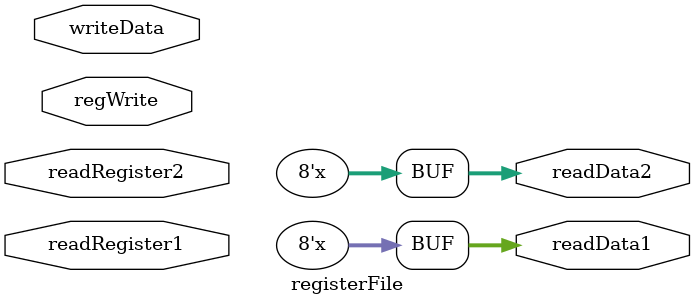
<source format=v>
module registerFile(readData1, readData2, readRegister1, readRegister2, writeData, regWrite);
    input readRegister1, readRegister2,regWrite;
    input [7:0] writeData;
    output reg [7:0] readData1, readData2;
    
    reg [7:0] registers[0:1];
    
    initial
    begin
        registers[0] = 8'b00000001;
        registers[1] = 8'b00000101;
    end
    
    always@(*)
    begin
        readData1 <= registers[readRegister1]; //readRegister1: instruction[3]: rs
        readData2 <= registers[readRegister2]; //readRegister2: instruction[4]: rd
        if(regWrite)
            registers[readRegister2] <= writeData;
    end
endmodule


//module registerFile(readData1, readData2, readRegister1, readRegister2, writeData, regWrite, clk);
//    input readRegister1, readRegister2, clk, regWrite;
//    input [7:0] writeData;
//    output [7:0] readData1, readData2;
    
//    reg [7:0] registers[0:1];
//    //initial
//    //begin 
//    //    registers[0] <= 8'b00000001;
//    //    registers[1] <= 8'b00000101;
//    //end
    
//    assign readData1 = registers[readRegister1]; //readRegister1: instruction[3]: rs
//    assign readData2 = registers[readRegister2]; //readRegister2: instruction[4]: rd
    
//    always@(posedge clk)
//    begin
//        registers[0] <= 8'b00000001;
//        registers[1] <= 8'b00000101;
//        //readData1 <= registers[readRegister1]; //readRegister1: instruction[3]: rs
//        //readData2 <= registers[readRegister2]; //readRegister2: instruction[4]: rd
//        if(regWrite)
//            registers[readRegister2] <= writeData;
//    end
//endmodule
</source>
